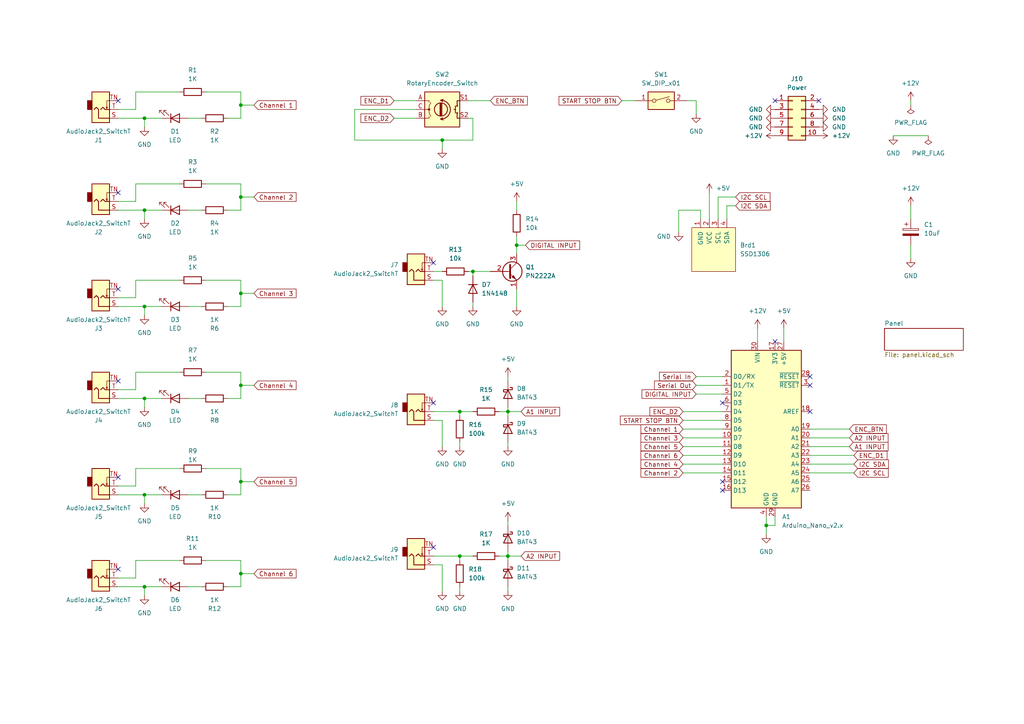
<source format=kicad_sch>
(kicad_sch (version 20211123) (generator eeschema)
  (paper "A4")
  (title_block (title "GToE prototype") (rev "1"))
  (lib_symbols
    (symbol "Connector:AudioJack2_SwitchT"
      (property "Reference" "J" (at 0 8.89 0))
      (property "Value" "AudioJack2_SwitchT" (at 0 6.35 0))
      (symbol "AudioJack2_SwitchT_0_1"
        (rectangle (start -2.54 0) (end -3.81 -2.54) (stroke (width 0.254)) (fill (type outline)))
        (polyline (pts (xy 1.778 -0.254) (xy 2.032 -0.762)))
        (polyline (pts (xy 0 0) (xy 0.635 -0.635) (xy 1.27 0) (xy 2.54 0)) (stroke (width 0.254)))
        (polyline (pts (xy 2.54 -2.54) (xy 1.778 -2.54) (xy 1.778 -0.254) (xy 1.524 -0.762)))
        (polyline (pts (xy 2.54 2.54) (xy -0.635 2.54) (xy -0.635 0) (xy -1.27 -0.635) (xy -1.905 0)) (stroke (width 0.254)))
        (rectangle (start 2.54 3.81) (end -2.54 -5.08) (stroke (width 0.254)) (fill (type background)))
      )
      (symbol "AudioJack2_SwitchT_1_1"
        (pin passive line (at 5.08 2.54 180) (length 2.54) (name "~") (number "S"))
        (pin passive line (at 5.08 0 180) (length 2.54) (name "~") (number "T"))
        (pin passive line (at 5.08 -2.54 180) (length 2.54) (name "~") (number "TN"))
      )
    )
    (symbol "Connector_Generic:Conn_02x05_Odd_Even" (pin_names (offset 1.016) hide)
      (property "Reference" "J" (at 1.27 7.62 0))
      (property "Value" "Conn_02x05_Odd_Even" (at 1.27 -7.62 0))
      (symbol "Conn_02x05_Odd_Even_1_1"
        (rectangle (start -1.27 -4.953) (end 0 -5.207) (stroke (width 0.1524)))
        (rectangle (start -1.27 -2.413) (end 0 -2.667) (stroke (width 0.1524)))
        (rectangle (start -1.27 0.127) (end 0 -0.127) (stroke (width 0.1524)))
        (rectangle (start -1.27 2.667) (end 0 2.413) (stroke (width 0.1524)))
        (rectangle (start -1.27 5.207) (end 0 4.953) (stroke (width 0.1524)))
        (rectangle (start -1.27 6.35) (end 3.81 -6.35) (stroke (width 0.254)) (fill (type background)))
        (rectangle (start 3.81 -4.953) (end 2.54 -5.207) (stroke (width 0.1524)))
        (rectangle (start 3.81 -2.413) (end 2.54 -2.667) (stroke (width 0.1524)))
        (rectangle (start 3.81 0.127) (end 2.54 -0.127) (stroke (width 0.1524)))
        (rectangle (start 3.81 2.667) (end 2.54 2.413) (stroke (width 0.1524)))
        (rectangle (start 3.81 5.207) (end 2.54 4.953) (stroke (width 0.1524)))
        (pin passive line (at -5.08 5.08 0) (length 3.81) (name "Pin_1") (number "1"))
        (pin passive line (at 7.62 -5.08 180) (length 3.81) (name "Pin_10") (number "10"))
        (pin passive line (at 7.62 5.08 180) (length 3.81) (name "Pin_2") (number "2"))
        (pin passive line (at -5.08 2.54 0) (length 3.81) (name "Pin_3") (number "3"))
        (pin passive line (at 7.62 2.54 180) (length 3.81) (name "Pin_4") (number "4"))
        (pin passive line (at -5.08 0 0) (length 3.81) (name "Pin_5") (number "5"))
        (pin passive line (at 7.62 0 180) (length 3.81) (name "Pin_6") (number "6"))
        (pin passive line (at -5.08 -2.54 0) (length 3.81) (name "Pin_7") (number "7"))
        (pin passive line (at 7.62 -2.54 180) (length 3.81) (name "Pin_8") (number "8"))
        (pin passive line (at -5.08 -5.08 0) (length 3.81) (name "Pin_9") (number "9"))
      )
    )
    (symbol "Device:C_Polarized" (pin_numbers hide) (pin_names (offset 0.254))
      (property "Reference" "C" (at 0.635 2.54 0))
      (property "Value" "C_Polarized" (at 0.635 -2.54 0))
      (symbol "C_Polarized_0_1"
        (rectangle (start -2.286 0.508) (end 2.286 1.016))
        (polyline (pts (xy -1.778 2.286) (xy -0.762 2.286)))
        (polyline (pts (xy -1.27 2.794) (xy -1.27 1.778)))
        (rectangle (start 2.286 -0.508) (end -2.286 -1.016) (fill (type outline)))
      )
      (symbol "C_Polarized_1_1"
        (pin passive line (at 0 3.81 270) (length 2.794) (name "~") (number "1"))
        (pin passive line (at 0 -3.81 90) (length 2.794) (name "~") (number "2"))
      )
    )
    (symbol "Device:D" (pin_numbers hide) (pin_names (offset 1.016) hide)
      (property "Reference" "D" (at 0 2.54 0))
      (property "Value" "D" (at 0 -2.54 0))
      (symbol "D_0_1"
        (polyline (pts (xy -1.27 1.27) (xy -1.27 -1.27)) (stroke (width 0.254)))
        (polyline (pts (xy 1.27 0) (xy -1.27 0)))
        (polyline (pts (xy 1.27 1.27) (xy 1.27 -1.27) (xy -1.27 0) (xy 1.27 1.27)) (stroke (width 0.254)))
      )
      (symbol "D_1_1"
        (pin passive line (at -3.81 0 0) (length 2.54) (name "K") (number "1"))
        (pin passive line (at 3.81 0 180) (length 2.54) (name "A") (number "2"))
      )
    )
    (symbol "Device:D_Schottky" (pin_numbers hide) (pin_names (offset 1.016) hide)
      (property "Reference" "D" (at 0 2.54 0))
      (property "Value" "D_Schottky" (at 0 -2.54 0))
      (symbol "D_Schottky_0_1"
        (polyline (pts (xy 1.27 0) (xy -1.27 0)))
        (polyline (pts (xy 1.27 1.27) (xy 1.27 -1.27) (xy -1.27 0) (xy 1.27 1.27)) (stroke (width 0.254)))
        (polyline (pts (xy -1.905 0.635) (xy -1.905 1.27) (xy -1.27 1.27) (xy -1.27 -1.27) (xy -0.635 -1.27) (xy -0.635 -0.635)) (stroke (width 0.254)))
      )
      (symbol "D_Schottky_1_1"
        (pin passive line (at -3.81 0 0) (length 2.54) (name "K") (number "1"))
        (pin passive line (at 3.81 0 180) (length 2.54) (name "A") (number "2"))
      )
    )
    (symbol "Device:LED" (pin_numbers hide) (pin_names (offset 1.016) hide)
      (property "Reference" "D" (at 0 2.54 0))
      (property "Value" "LED" (at 0 -2.54 0))
      (symbol "LED_0_1"
        (polyline (pts (xy -1.27 -1.27) (xy -1.27 1.27)) (stroke (width 0.254)))
        (polyline (pts (xy -1.27 0) (xy 1.27 0)))
        (polyline (pts (xy 1.27 -1.27) (xy 1.27 1.27) (xy -1.27 0) (xy 1.27 -1.27)) (stroke (width 0.254)))
        (polyline (pts (xy -3.048 -0.762) (xy -4.572 -2.286) (xy -3.81 -2.286) (xy -4.572 -2.286) (xy -4.572 -1.524)))
        (polyline (pts (xy -1.778 -0.762) (xy -3.302 -2.286) (xy -2.54 -2.286) (xy -3.302 -2.286) (xy -3.302 -1.524)))
      )
      (symbol "LED_1_1"
        (pin passive line (at -3.81 0 0) (length 2.54) (name "K") (number "1"))
        (pin passive line (at 3.81 0 180) (length 2.54) (name "A") (number "2"))
      )
    )
    (symbol "Device:R" (pin_numbers hide) (pin_names (offset 0))
      (property "Reference" "R" (at 2.032 0 90))
      (property "Value" "R" (at 0 0 90))
      (symbol "R_0_1"
        (rectangle (start -1.016 -2.54) (end 1.016 2.54) (stroke (width 0.254)))
      )
      (symbol "R_1_1"
        (pin passive line (at 0 3.81 270) (length 1.27) (name "~") (number "1"))
        (pin passive line (at 0 -3.81 90) (length 1.27) (name "~") (number "2"))
      )
    )
    (symbol "Device:RotaryEncoder_Switch" (pin_names (offset 0.254) hide)
      (property "Reference" "SW" (at 0 6.604 0))
      (property "Value" "RotaryEncoder_Switch" (at 0 -6.604 0))
      (symbol "RotaryEncoder_Switch_0_1"
        (rectangle (start -5.08 5.08) (end 5.08 -5.08) (stroke (width 0.254)) (fill (type background)))
        (circle (center -3.81 0) (radius 0.254) (fill (type outline)))
        (arc (start -0.381 -2.794) (mid 2.3622 -0.0508) (end -0.381 2.667) (stroke (width 0.254)))
        (circle (center -0.381 0) (radius 1.905) (stroke (width 0.254)))
        (polyline (pts (xy -0.635 -1.778) (xy -0.635 1.778)) (stroke (width 0.254)))
        (polyline (pts (xy -0.381 -1.778) (xy -0.381 1.778)) (stroke (width 0.254)))
        (polyline (pts (xy -0.127 1.778) (xy -0.127 -1.778)) (stroke (width 0.254)))
        (polyline (pts (xy 3.81 0) (xy 3.429 0)) (stroke (width 0.254)))
        (polyline (pts (xy 3.81 1.016) (xy 3.81 -1.016)) (stroke (width 0.254)))
        (polyline (pts (xy -5.08 -2.54) (xy -3.81 -2.54) (xy -3.81 -2.032)))
        (polyline (pts (xy -5.08 2.54) (xy -3.81 2.54) (xy -3.81 2.032)))
        (polyline (pts (xy 0.254 -3.048) (xy -0.508 -2.794) (xy 0.127 -2.413)) (stroke (width 0.254)))
        (polyline (pts (xy 0.254 2.921) (xy -0.508 2.667) (xy 0.127 2.286)) (stroke (width 0.254)))
        (polyline (pts (xy 5.08 -2.54) (xy 4.318 -2.54) (xy 4.318 -1.016)) (stroke (width 0.254)))
        (polyline (pts (xy 5.08 2.54) (xy 4.318 2.54) (xy 4.318 1.016)) (stroke (width 0.254)))
        (polyline (pts (xy -5.08 0) (xy -3.81 0) (xy -3.81 -1.016) (xy -3.302 -2.032)))
        (polyline (pts (xy -4.318 0) (xy -3.81 0) (xy -3.81 1.016) (xy -3.302 2.032)))
        (circle (center 4.318 -1.016) (radius 0.127) (stroke (width 0.254)))
        (circle (center 4.318 1.016) (radius 0.127) (stroke (width 0.254)))
      )
      (symbol "RotaryEncoder_Switch_1_1"
        (pin passive line (at -7.62 2.54 0) (length 2.54) (name "A") (number "A"))
        (pin passive line (at -7.62 -2.54 0) (length 2.54) (name "B") (number "B"))
        (pin passive line (at -7.62 0 0) (length 2.54) (name "C") (number "C"))
        (pin passive line (at 7.62 2.54 180) (length 2.54) (name "S1") (number "S1"))
        (pin passive line (at 7.62 -2.54 180) (length 2.54) (name "S2") (number "S2"))
      )
    )
    (symbol "MCU_Module:Arduino_Nano_v2.x"
      (property "Reference" "A" (at -10.16 23.495 0))
      (property "Value" "Arduino_Nano_v2.x" (at 5.08 -24.13 0))
      (symbol "Arduino_Nano_v2.x_0_1"
        (rectangle (start -10.16 22.86) (end 10.16 -22.86) (stroke (width 0.254)) (fill (type background)))
      )
      (symbol "Arduino_Nano_v2.x_1_1"
        (pin bidirectional line (at -12.7 12.7 0) (length 2.54) (name "D1/TX") (number "1"))
        (pin bidirectional line (at -12.7 -2.54 0) (length 2.54) (name "D7") (number "10"))
        (pin bidirectional line (at -12.7 -5.08 0) (length 2.54) (name "D8") (number "11"))
        (pin bidirectional line (at -12.7 -7.62 0) (length 2.54) (name "D9") (number "12"))
        (pin bidirectional line (at -12.7 -10.16 0) (length 2.54) (name "D10") (number "13"))
        (pin bidirectional line (at -12.7 -12.7 0) (length 2.54) (name "D11") (number "14"))
        (pin bidirectional line (at -12.7 -15.24 0) (length 2.54) (name "D12") (number "15"))
        (pin bidirectional line (at -12.7 -17.78 0) (length 2.54) (name "D13") (number "16"))
        (pin power_out line (at 2.54 25.4 270) (length 2.54) (name "3V3") (number "17"))
        (pin input line (at 12.7 5.08 180) (length 2.54) (name "AREF") (number "18"))
        (pin bidirectional line (at 12.7 0 180) (length 2.54) (name "A0") (number "19"))
        (pin bidirectional line (at -12.7 15.24 0) (length 2.54) (name "D0/RX") (number "2"))
        (pin bidirectional line (at 12.7 -2.54 180) (length 2.54) (name "A1") (number "20"))
        (pin bidirectional line (at 12.7 -5.08 180) (length 2.54) (name "A2") (number "21"))
        (pin bidirectional line (at 12.7 -7.62 180) (length 2.54) (name "A3") (number "22"))
        (pin bidirectional line (at 12.7 -10.16 180) (length 2.54) (name "A4") (number "23"))
        (pin bidirectional line (at 12.7 -12.7 180) (length 2.54) (name "A5") (number "24"))
        (pin bidirectional line (at 12.7 -15.24 180) (length 2.54) (name "A6") (number "25"))
        (pin bidirectional line (at 12.7 -17.78 180) (length 2.54) (name "A7") (number "26"))
        (pin power_out line (at 5.08 25.4 270) (length 2.54) (name "+5V") (number "27"))
        (pin input line (at 12.7 15.24 180) (length 2.54) (name "~{RESET}") (number "28"))
        (pin power_in line (at 2.54 -25.4 90) (length 2.54) (name "GND") (number "29"))
        (pin input line (at 12.7 12.7 180) (length 2.54) (name "~{RESET}") (number "3"))
        (pin power_in line (at -2.54 25.4 270) (length 2.54) (name "VIN") (number "30"))
        (pin power_in line (at 0 -25.4 90) (length 2.54) (name "GND") (number "4"))
        (pin bidirectional line (at -12.7 10.16 0) (length 2.54) (name "D2") (number "5"))
        (pin bidirectional line (at -12.7 7.62 0) (length 2.54) (name "D3") (number "6"))
        (pin bidirectional line (at -12.7 5.08 0) (length 2.54) (name "D4") (number "7"))
        (pin bidirectional line (at -12.7 2.54 0) (length 2.54) (name "D5") (number "8"))
        (pin bidirectional line (at -12.7 0 0) (length 2.54) (name "D6") (number "9"))
      )
    )
    (symbol "SSD1306-128x64_OLED:SSD1306" (pin_names (offset 1.016))
      (property "Reference" "Brd" (at 0 -3.81 0))
      (property "Value" "SSD1306" (at 0 -1.27 0))
      (symbol "SSD1306_0_1"
        (rectangle (start -6.35 6.35) (end 6.35 -6.35) (fill (type background)))
      )
      (symbol "SSD1306_1_1"
        (pin input line (at -3.81 8.89 270) (length 2.54) (name "GND") (number "1"))
        (pin input line (at -1.27 8.89 270) (length 2.54) (name "VCC") (number "2"))
        (pin input line (at 1.27 8.89 270) (length 2.54) (name "SCL") (number "3"))
        (pin input line (at 3.81 8.89 270) (length 2.54) (name "SDA") (number "4"))
      )
    )
    (symbol "Switch:SW_DIP_x01" (pin_names (offset 0) hide)
      (property "Reference" "SW" (at 0 3.81 0))
      (property "Value" "SW_DIP_x01" (at 0 -3.81 0))
      (symbol "SW_DIP_x01_0_0"
        (circle (center -2.032 0) (radius 0.508))
        (polyline (pts (xy -1.524 0.127) (xy 2.3622 1.1684)))
        (circle (center 2.032 0) (radius 0.508))
      )
      (symbol "SW_DIP_x01_0_1"
        (rectangle (start -3.81 2.54) (end 3.81 -2.54) (stroke (width 0.254)) (fill (type background)))
      )
      (symbol "SW_DIP_x01_1_1"
        (pin passive line (at -7.62 0 0) (length 5.08) (name "~") (number "1"))
        (pin passive line (at 7.62 0 180) (length 5.08) (name "~") (number "2"))
      )
    )
    (symbol "Transistor_BJT:PN2222A" (pin_names (offset 0) hide)
      (property "Reference" "Q" (at 5.08 1.905 0))
      (property "Value" "PN2222A" (at 5.08 0 0))
      (symbol "PN2222A_0_1"
        (polyline (pts (xy 0 0) (xy 0.635 0)))
        (polyline (pts (xy 2.54 -2.54) (xy 0.635 -0.635)))
        (polyline (pts (xy 2.54 2.54) (xy 0.635 0.635)))
        (polyline (pts (xy 0.635 1.905) (xy 0.635 -1.905) (xy 0.635 -1.905)) (stroke (width 0.508)))
        (polyline (pts (xy 2.413 -2.413) (xy 1.905 -1.905) (xy 1.905 -1.905)))
        (polyline (pts (xy 1.143 -1.651) (xy 1.651 -1.143) (xy 2.159 -2.159) (xy 1.143 -1.651) (xy 1.143 -1.651)) (fill (type outline)))
        (circle (center 1.27 0) (radius 2.8194) (stroke (width 0.254)))
      )
      (symbol "PN2222A_1_1"
        (pin passive line (at 2.54 -5.08 90) (length 2.54) (name "E") (number "1"))
        (pin input line (at -5.08 0 0) (length 5.08) (name "B") (number "2"))
        (pin passive line (at 2.54 5.08 270) (length 2.54) (name "C") (number "3"))
      )
    )
    (symbol "power:+12V" (power) (pin_names (offset 0))
      (property "Value" "+12V" (at 0 3.556 0))
      (symbol "+12V_0_1"
        (polyline (pts (xy -0.762 1.27) (xy 0 2.54)))
        (polyline (pts (xy 0 0) (xy 0 2.54)))
        (polyline (pts (xy 0 2.54) (xy 0.762 1.27)))
      )
      (symbol "+12V_1_1"
        (pin power_in line (at 0 0 90) (length 0) hide (name "+12V") (number "1"))
      )
    )
    (symbol "power:+5V" (power) (pin_names (offset 0))
      (property "Value" "+5V" (at 0 3.556 0))
      (symbol "+5V_0_1"
        (polyline (pts (xy -0.762 1.27) (xy 0 2.54)))
        (polyline (pts (xy 0 0) (xy 0 2.54)))
        (polyline (pts (xy 0 2.54) (xy 0.762 1.27)))
      )
      (symbol "+5V_1_1"
        (pin power_in line (at 0 0 90) (length 0) hide (name "+5V") (number "1"))
      )
    )
    (symbol "power:GND" (power) (pin_names (offset 0))
      (property "Value" "GND" (at 0 -3.81 0))
      (symbol "GND_0_1"
        (polyline (pts (xy 0 0) (xy 0 -1.27) (xy 1.27 -1.27) (xy 0 -2.54) (xy -1.27 -1.27) (xy 0 -1.27)))
      )
      (symbol "GND_1_1"
        (pin power_in line (at 0 0 270) (length 0) hide (name "GND") (number "1"))
      )
    )
    (symbol "power:PWR_FLAG" (power) (pin_numbers hide) (pin_names (offset 0) hide)
      (property "Value" "PWR_FLAG" (at 0 3.81 0))
      (symbol "PWR_FLAG_0_0"
        (pin power_out line (at 0 0 90) (length 0) (name "pwr") (number "1"))
      )
      (symbol "PWR_FLAG_0_1"
        (polyline (pts (xy 0 0) (xy 0 1.27) (xy -1.016 1.905) (xy 0 2.54) (xy 1.016 1.905) (xy 0 1.27)))
      )
    )
  )
  (junction (at 133.35 119.38))
  (junction (at 149.86 71.12))
  (junction (at 41.91 34.29))
  (junction (at 137.16 78.74))
  (junction (at 41.91 143.51))
  (junction (at 69.85 139.7))
  (junction (at 147.32 119.38))
  (junction (at 133.35 161.29))
  (junction (at 41.91 115.57))
  (junction (at 69.85 85.09))
  (junction (at 41.91 170.18))
  (junction (at 69.85 57.15))
  (junction (at 128.27 40.64))
  (junction (at 69.85 166.37))
  (junction (at 41.91 60.96))
  (junction (at 69.85 111.76))
  (junction (at 222.25 152.4))
  (junction (at 41.91 88.9))
  (junction (at 147.32 161.29))
  (junction (at 69.85 30.48))
  (no_connect (at 34.29 110.49))
  (no_connect (at 125.73 76.2))
  (no_connect (at 234.95 109.22))
  (no_connect (at 209.55 139.7))
  (no_connect (at 34.29 165.1))
  (no_connect (at 237.49 29.21))
  (no_connect (at 234.95 111.76))
  (no_connect (at 209.55 116.84))
  (no_connect (at 234.95 119.38))
  (no_connect (at 125.73 158.75))
  (no_connect (at 34.29 138.43))
  (no_connect (at 34.29 83.82))
  (no_connect (at 209.55 142.24))
  (no_connect (at 34.29 55.88))
  (no_connect (at 224.79 99.06))
  (no_connect (at 34.29 29.21))
  (no_connect (at 125.73 116.84))
  (no_connect (at 224.79 29.21))
  (wire (pts (xy 102.87 40.64) (xy 128.27 40.64)))
  (wire (pts (xy 147.32 119.38) (xy 147.32 120.65)))
  (wire (pts (xy 208.28 57.15) (xy 208.28 63.5)))
  (wire (pts (xy 69.85 166.37) (xy 69.85 170.18)))
  (wire (pts (xy 201.93 111.76) (xy 209.55 111.76)))
  (wire (pts (xy 147.32 119.38) (xy 151.13 119.38)))
  (wire (pts (xy 198.12 121.92) (xy 209.55 121.92)))
  (wire (pts (xy 135.89 78.74) (xy 137.16 78.74)))
  (wire (pts (xy 39.37 58.42) (xy 39.37 53.34)))
  (wire (pts (xy 201.93 109.22) (xy 209.55 109.22)))
  (wire (pts (xy 149.86 71.12) (xy 149.86 73.66)))
  (wire (pts (xy 54.61 143.51) (xy 58.42 143.51)))
  (wire (pts (xy 125.73 78.74) (xy 128.27 78.74)))
  (wire (pts (xy 147.32 161.29) (xy 147.32 162.56)))
  (wire (pts (xy 137.16 34.29) (xy 137.16 40.64)))
  (wire (pts (xy 137.16 40.64) (xy 128.27 40.64)))
  (wire (pts (xy 39.37 26.67) (xy 52.07 26.67)))
  (wire (pts (xy 34.29 34.29) (xy 41.91 34.29)))
  (wire (pts (xy 222.25 152.4) (xy 224.79 152.4)))
  (wire (pts (xy 41.91 34.29) (xy 46.99 34.29)))
  (wire (pts (xy 149.86 83.82) (xy 149.86 88.9)))
  (wire (pts (xy 34.29 88.9) (xy 41.91 88.9)))
  (wire (pts (xy 137.16 161.29) (xy 133.35 161.29)))
  (wire (pts (xy 135.89 29.21) (xy 142.24 29.21)))
  (wire (pts (xy 39.37 140.97) (xy 39.37 135.89)))
  (wire (pts (xy 203.2 60.96) (xy 203.2 63.5)))
  (wire (pts (xy 39.37 167.64) (xy 39.37 162.56)))
  (wire (pts (xy 213.36 57.15) (xy 208.28 57.15)))
  (wire (pts (xy 54.61 115.57) (xy 58.42 115.57)))
  (wire (pts (xy 39.37 162.56) (xy 52.07 162.56)))
  (wire (pts (xy 114.3 29.21) (xy 120.65 29.21)))
  (wire (pts (xy 133.35 119.38) (xy 133.35 120.65)))
  (wire (pts (xy 41.91 60.96) (xy 41.91 63.5)))
  (wire (pts (xy 39.37 31.75) (xy 39.37 26.67)))
  (wire (pts (xy 149.86 58.42) (xy 149.86 60.96)))
  (wire (pts (xy 227.33 95.25) (xy 227.33 99.06)))
  (wire (pts (xy 34.29 140.97) (xy 39.37 140.97)))
  (wire (pts (xy 34.29 170.18) (xy 41.91 170.18)))
  (wire (pts (xy 59.69 26.67) (xy 69.85 26.67)))
  (wire (pts (xy 133.35 161.29) (xy 133.35 162.56)))
  (wire (pts (xy 184.15 29.21) (xy 180.34 29.21)))
  (wire (pts (xy 69.85 53.34) (xy 69.85 57.15)))
  (wire (pts (xy 198.12 129.54) (xy 209.55 129.54)))
  (wire (pts (xy 54.61 34.29) (xy 58.42 34.29)))
  (wire (pts (xy 198.12 124.46) (xy 209.55 124.46)))
  (wire (pts (xy 125.73 121.92) (xy 128.27 121.92)))
  (wire (pts (xy 264.16 59.69) (xy 264.16 63.5)))
  (wire (pts (xy 135.89 34.29) (xy 137.16 34.29)))
  (wire (pts (xy 147.32 160.02) (xy 147.32 161.29)))
  (wire (pts (xy 147.32 109.22) (xy 147.32 110.49)))
  (wire (pts (xy 41.91 60.96) (xy 46.99 60.96)))
  (wire (pts (xy 39.37 81.28) (xy 52.07 81.28)))
  (wire (pts (xy 224.79 149.86) (xy 224.79 152.4)))
  (wire (pts (xy 147.32 128.27) (xy 147.32 129.54)))
  (wire (pts (xy 69.85 81.28) (xy 69.85 85.09)))
  (wire (pts (xy 54.61 60.96) (xy 58.42 60.96)))
  (wire (pts (xy 198.12 134.62) (xy 209.55 134.62)))
  (wire (pts (xy 34.29 58.42) (xy 39.37 58.42)))
  (wire (pts (xy 34.29 86.36) (xy 39.37 86.36)))
  (wire (pts (xy 147.32 151.13) (xy 147.32 152.4)))
  (wire (pts (xy 69.85 57.15) (xy 69.85 60.96)))
  (wire (pts (xy 205.74 55.88) (xy 205.74 63.5)))
  (wire (pts (xy 39.37 107.95) (xy 52.07 107.95)))
  (wire (pts (xy 69.85 107.95) (xy 69.85 111.76)))
  (wire (pts (xy 41.91 34.29) (xy 41.91 36.83)))
  (wire (pts (xy 147.32 170.18) (xy 147.32 171.45)))
  (wire (pts (xy 137.16 87.63) (xy 137.16 88.9)))
  (wire (pts (xy 34.29 143.51) (xy 41.91 143.51)))
  (wire (pts (xy 41.91 115.57) (xy 41.91 118.11)))
  (wire (pts (xy 69.85 26.67) (xy 69.85 30.48)))
  (wire (pts (xy 41.91 170.18) (xy 46.99 170.18)))
  (wire (pts (xy 210.82 59.69) (xy 210.82 63.5)))
  (wire (pts (xy 69.85 111.76) (xy 69.85 115.57)))
  (wire (pts (xy 198.12 132.08) (xy 209.55 132.08)))
  (wire (pts (xy 34.29 113.03) (xy 39.37 113.03)))
  (wire (pts (xy 144.78 161.29) (xy 147.32 161.29)))
  (wire (pts (xy 198.12 119.38) (xy 209.55 119.38)))
  (wire (pts (xy 69.85 30.48) (xy 73.66 30.48)))
  (wire (pts (xy 264.16 30.48) (xy 264.16 29.21)))
  (wire (pts (xy 128.27 81.28) (xy 128.27 88.9)))
  (wire (pts (xy 69.85 166.37) (xy 73.66 166.37)))
  (wire (pts (xy 234.95 132.08) (xy 247.65 132.08)))
  (wire (pts (xy 34.29 31.75) (xy 39.37 31.75)))
  (wire (pts (xy 120.65 31.75) (xy 102.87 31.75)))
  (wire (pts (xy 198.12 137.16) (xy 209.55 137.16)))
  (wire (pts (xy 196.85 67.31) (xy 196.85 60.96)))
  (wire (pts (xy 69.85 115.57) (xy 66.04 115.57)))
  (wire (pts (xy 264.16 71.12) (xy 264.16 74.93)))
  (wire (pts (xy 149.86 71.12) (xy 152.4 71.12)))
  (wire (pts (xy 41.91 143.51) (xy 41.91 146.05)))
  (wire (pts (xy 234.95 129.54) (xy 246.38 129.54)))
  (wire (pts (xy 137.16 78.74) (xy 137.16 80.01)))
  (wire (pts (xy 201.93 29.21) (xy 199.39 29.21)))
  (wire (pts (xy 234.95 137.16) (xy 247.65 137.16)))
  (wire (pts (xy 41.91 143.51) (xy 46.99 143.51)))
  (wire (pts (xy 234.95 127) (xy 246.38 127)))
  (wire (pts (xy 125.73 81.28) (xy 128.27 81.28)))
  (wire (pts (xy 201.93 114.3) (xy 209.55 114.3)))
  (wire (pts (xy 114.3 34.29) (xy 120.65 34.29)))
  (wire (pts (xy 201.93 29.21) (xy 201.93 33.02)))
  (wire (pts (xy 39.37 113.03) (xy 39.37 107.95)))
  (wire (pts (xy 34.29 60.96) (xy 41.91 60.96)))
  (wire (pts (xy 69.85 143.51) (xy 66.04 143.51)))
  (wire (pts (xy 69.85 85.09) (xy 69.85 88.9)))
  (wire (pts (xy 137.16 119.38) (xy 133.35 119.38)))
  (wire (pts (xy 54.61 88.9) (xy 58.42 88.9)))
  (wire (pts (xy 102.87 31.75) (xy 102.87 40.64)))
  (wire (pts (xy 41.91 88.9) (xy 46.99 88.9)))
  (wire (pts (xy 137.16 78.74) (xy 142.24 78.74)))
  (wire (pts (xy 69.85 34.29) (xy 66.04 34.29)))
  (wire (pts (xy 41.91 115.57) (xy 46.99 115.57)))
  (wire (pts (xy 149.86 68.58) (xy 149.86 71.12)))
  (wire (pts (xy 69.85 139.7) (xy 73.66 139.7)))
  (wire (pts (xy 234.95 134.62) (xy 247.65 134.62)))
  (wire (pts (xy 128.27 40.64) (xy 128.27 43.18)))
  (wire (pts (xy 69.85 30.48) (xy 69.85 34.29)))
  (wire (pts (xy 59.69 53.34) (xy 69.85 53.34)))
  (wire (pts (xy 59.69 135.89) (xy 69.85 135.89)))
  (wire (pts (xy 198.12 127) (xy 209.55 127)))
  (wire (pts (xy 259.08 39.37) (xy 269.24 39.37)))
  (wire (pts (xy 41.91 170.18) (xy 41.91 172.72)))
  (wire (pts (xy 133.35 119.38) (xy 125.73 119.38)))
  (wire (pts (xy 147.32 118.11) (xy 147.32 119.38)))
  (wire (pts (xy 222.25 149.86) (xy 222.25 152.4)))
  (wire (pts (xy 69.85 111.76) (xy 73.66 111.76)))
  (wire (pts (xy 69.85 88.9) (xy 66.04 88.9)))
  (wire (pts (xy 133.35 128.27) (xy 133.35 129.54)))
  (wire (pts (xy 69.85 60.96) (xy 66.04 60.96)))
  (wire (pts (xy 41.91 88.9) (xy 41.91 91.44)))
  (wire (pts (xy 54.61 170.18) (xy 58.42 170.18)))
  (wire (pts (xy 147.32 161.29) (xy 151.13 161.29)))
  (wire (pts (xy 39.37 53.34) (xy 52.07 53.34)))
  (wire (pts (xy 196.85 60.96) (xy 203.2 60.96)))
  (wire (pts (xy 219.71 95.25) (xy 219.71 99.06)))
  (wire (pts (xy 128.27 121.92) (xy 128.27 129.54)))
  (wire (pts (xy 69.85 57.15) (xy 73.66 57.15)))
  (wire (pts (xy 34.29 115.57) (xy 41.91 115.57)))
  (wire (pts (xy 133.35 170.18) (xy 133.35 171.45)))
  (wire (pts (xy 59.69 107.95) (xy 69.85 107.95)))
  (wire (pts (xy 234.95 124.46) (xy 246.38 124.46)))
  (wire (pts (xy 69.85 135.89) (xy 69.85 139.7)))
  (wire (pts (xy 34.29 167.64) (xy 39.37 167.64)))
  (wire (pts (xy 69.85 139.7) (xy 69.85 143.51)))
  (wire (pts (xy 59.69 162.56) (xy 69.85 162.56)))
  (wire (pts (xy 133.35 161.29) (xy 125.73 161.29)))
  (wire (pts (xy 144.78 119.38) (xy 147.32 119.38)))
  (wire (pts (xy 213.36 59.69) (xy 210.82 59.69)))
  (wire (pts (xy 222.25 152.4) (xy 222.25 154.94)))
  (wire (pts (xy 69.85 162.56) (xy 69.85 166.37)))
  (wire (pts (xy 39.37 135.89) (xy 52.07 135.89)))
  (wire (pts (xy 128.27 163.83) (xy 128.27 171.45)))
  (wire (pts (xy 59.69 81.28) (xy 69.85 81.28)))
  (wire (pts (xy 39.37 86.36) (xy 39.37 81.28)))
  (wire (pts (xy 125.73 163.83) (xy 128.27 163.83)))
  (wire (pts (xy 69.85 85.09) (xy 73.66 85.09)))
  (wire (pts (xy 69.85 170.18) (xy 66.04 170.18)))
  (global_label "START STOP BTN" (shape input) (at 180.34 29.21 180) (property "Intersheet References" "${INTERSHEET_REFS}" (effects hide)))
  (global_label "A2 INPUT" (shape input) (at 246.38 127 0) (property "Intersheet References" "${INTERSHEET_REFS}" (effects hide)))
  (global_label "Channel 5" (shape input) (at 198.12 129.54 180) (property "Intersheet References" "${INTERSHEET_REFS}" (effects hide)))
  (global_label "Channel 1" (shape input) (at 198.12 124.46 180) (property "Intersheet References" "${INTERSHEET_REFS}" (effects hide)))
  (global_label "Channel 4" (shape input) (at 198.12 134.62 180) (property "Intersheet References" "${INTERSHEET_REFS}" (effects hide)))
  (global_label "ENC_BTN" (shape input) (at 246.38 124.46 0) (property "Intersheet References" "${INTERSHEET_REFS}" (effects hide)))
  (global_label "START STOP BTN" (shape input) (at 198.12 121.92 180) (property "Intersheet References" "${INTERSHEET_REFS}" (effects hide)))
  (global_label "Channel 5" (shape input) (at 73.66 139.7 0) (property "Intersheet References" "${INTERSHEET_REFS}" (effects hide)))
  (global_label "ENC_D2" (shape input) (at 114.3 34.29 180) (property "Intersheet References" "${INTERSHEET_REFS}" (effects hide)))
  (global_label "Channel 3" (shape input) (at 198.12 127 180) (property "Intersheet References" "${INTERSHEET_REFS}" (effects hide)))
  (global_label "A1 INPUT" (shape input) (at 151.13 119.38 0) (property "Intersheet References" "${INTERSHEET_REFS}" (effects hide)))
  (global_label "Channel 3" (shape input) (at 73.66 85.09 0) (property "Intersheet References" "${INTERSHEET_REFS}" (effects hide)))
  (global_label "ENC_BTN" (shape input) (at 142.24 29.21 0) (property "Intersheet References" "${INTERSHEET_REFS}" (effects hide)))
  (global_label "DIGITAL INPUT" (shape input) (at 201.93 114.3 180) (property "Intersheet References" "${INTERSHEET_REFS}" (effects hide)))
  (global_label "I2C SDA" (shape input) (at 247.65 134.62 0) (property "Intersheet References" "${INTERSHEET_REFS}" (effects hide)))
  (global_label "Serial Out" (shape input) (at 201.93 111.76 180) (property "Intersheet References" "${INTERSHEET_REFS}" (effects hide)))
  (global_label "Channel 6" (shape input) (at 73.66 166.37 0) (property "Intersheet References" "${INTERSHEET_REFS}" (effects hide)))
  (global_label "Channel 1" (shape input) (at 73.66 30.48 0) (property "Intersheet References" "${INTERSHEET_REFS}" (effects hide)))
  (global_label "DIGITAL INPUT" (shape input) (at 152.4 71.12 0) (property "Intersheet References" "${INTERSHEET_REFS}" (effects hide)))
  (global_label "ENC_D2" (shape input) (at 198.12 119.38 180) (property "Intersheet References" "${INTERSHEET_REFS}" (effects hide)))
  (global_label "Serial In" (shape input) (at 201.93 109.22 180) (property "Intersheet References" "${INTERSHEET_REFS}" (effects hide)))
  (global_label "ENC_D1" (shape input) (at 114.3 29.21 180) (property "Intersheet References" "${INTERSHEET_REFS}" (effects hide)))
  (global_label "Channel 2" (shape input) (at 73.66 57.15 0) (property "Intersheet References" "${INTERSHEET_REFS}" (effects hide)))
  (global_label "Channel 4" (shape input) (at 73.66 111.76 0) (property "Intersheet References" "${INTERSHEET_REFS}" (effects hide)))
  (global_label "ENC_D1" (shape input) (at 247.65 132.08 0) (property "Intersheet References" "${INTERSHEET_REFS}" (effects hide)))
  (global_label "Channel 2" (shape input) (at 198.12 137.16 180) (property "Intersheet References" "${INTERSHEET_REFS}" (effects hide)))
  (global_label "I2C SCL" (shape input) (at 213.36 57.15 0) (property "Intersheet References" "${INTERSHEET_REFS}" (effects hide)))
  (global_label "I2C SDA" (shape input) (at 213.36 59.69 0) (property "Intersheet References" "${INTERSHEET_REFS}" (effects hide)))
  (global_label "A2 INPUT" (shape input) (at 151.13 161.29 0) (property "Intersheet References" "${INTERSHEET_REFS}" (effects hide)))
  (global_label "I2C SCL" (shape input) (at 247.65 137.16 0) (property "Intersheet References" "${INTERSHEET_REFS}" (effects hide)))
  (global_label "Channel 6" (shape input) (at 198.12 132.08 180) (property "Intersheet References" "${INTERSHEET_REFS}" (effects hide)))
  (global_label "A1 INPUT" (shape input) (at 246.38 129.54 0) (property "Intersheet References" "${INTERSHEET_REFS}" (effects hide)))
  (symbol (lib_id "power:GND") (at 149.86 88.9 0) (unit 1)
    (property "Reference" "#PWR0133" (effects hide))
    (property "Value" "GND" (at 149.86 93.98 0))
  )
  (symbol (lib_id "power:GND") (at 222.25 154.94 0) (unit 1)
    (property "Reference" "#PWR0115" (effects hide))
    (property "Value" "GND" (at 222.25 160.02 0))
  )
  (symbol (lib_id "Connector:AudioJack2_SwitchT") (at 120.65 119.38 0) (mirror x) (unit 1)
    (property "Reference" "J8" (at 115.57 117.4749 0) (effects (justify right)))
    (property "Value" "AudioJack2_SwitchT" (at 115.57 120.0149 0) (effects (justify right)))
    (property "Footprint" "Connector_Audio:Jack_3.5mm_QingPu_WQP-PJ398SM_Vertical_CircularHoles" (effects hide))
  )
  (symbol (lib_id "Connector:AudioJack2_SwitchT") (at 29.21 31.75 0) (mirror x) (unit 1)
    (property "Reference" "J1" (at 28.575 40.64 0))
    (property "Value" "AudioJack2_SwitchT" (at 28.575 38.1 0))
    (property "Footprint" "Connector_Audio:Jack_3.5mm_QingPu_WQP-PJ398SM_Vertical_CircularHoles" (effects hide))
  )
  (symbol (lib_id "Device:LED") (at 50.8 88.9 0) (mirror x) (unit 1)
    (property "Reference" "D3" (at 50.8 92.71 0))
    (property "Value" "LED" (at 50.8 95.25 0))
    (property "Footprint" "LED_THT:LED_D3.0mm_Clear" (effects hide))
  )
  (symbol (lib_id "power:GND") (at 133.35 171.45 0) (mirror y) (unit 1)
    (property "Reference" "#PWR0109" (effects hide))
    (property "Value" "GND" (at 133.35 176.53 0))
  )
  (symbol (lib_id "power:+5V") (at 149.86 58.42 0) (unit 1)
    (property "Reference" "#PWR0134" (effects hide))
    (property "Value" "+5V" (at 149.86 53.34 0))
  )
  (symbol (lib_id "Device:R") (at 133.35 124.46 0) (mirror y) (unit 1)
    (property "Reference" "R16" (at 135.89 123.1899 0) (effects (justify right)))
    (property "Value" "100k" (at 135.89 125.7299 0) (effects (justify right)))
    (property "Footprint" "Resistor_THT:R_Axial_DIN0207_L6.3mm_D2.5mm_P10.16mm_Horizontal" (effects hide))
  )
  (symbol (lib_id "power:GND") (at 41.91 118.11 0) (mirror y) (unit 1)
    (property "Reference" "#PWR0104" (effects hide))
    (property "Value" "GND" (at 41.91 123.19 0))
  )
  (symbol (lib_id "power:+12V") (at 264.16 29.21 0) (unit 1)
    (property "Reference" "#PWR0136" (effects hide))
    (property "Value" "+12V" (at 266.7 24.13 0) (effects (justify right)))
  )
  (symbol (lib_id "power:GND") (at 147.32 171.45 0) (mirror y) (unit 1)
    (property "Reference" "#PWR0108" (effects hide))
    (property "Value" "GND" (at 147.32 176.53 0))
  )
  (symbol (lib_id "Connector:AudioJack2_SwitchT") (at 29.21 167.64 0) (mirror x) (unit 1)
    (property "Reference" "J6" (at 28.575 176.53 0))
    (property "Value" "AudioJack2_SwitchT" (at 28.575 173.99 0))
    (property "Footprint" "Connector_Audio:Jack_3.5mm_QingPu_WQP-PJ398SM_Vertical_CircularHoles" (effects hide))
  )
  (symbol (lib_id "power:+12V") (at 219.71 95.25 0) (unit 1)
    (property "Reference" "#PWR0116" (effects hide))
    (property "Value" "+12V" (at 219.71 90.17 0))
  )
  (symbol (lib_id "power:GND") (at 224.79 31.75 270) (unit 1)
    (property "Reference" "#PWR0130" (effects hide))
    (property "Value" "GND" (at 217.17 31.75 90) (effects (justify left)))
  )
  (symbol (lib_id "power:GND") (at 133.35 129.54 0) (mirror y) (unit 1)
    (property "Reference" "#PWR0114" (effects hide))
    (property "Value" "GND" (at 133.35 134.62 0))
  )
  (symbol (lib_id "Device:LED") (at 50.8 115.57 0) (mirror x) (unit 1)
    (property "Reference" "D4" (at 50.8 119.38 0))
    (property "Value" "LED" (at 50.8 121.92 0))
    (property "Footprint" "LED_THT:LED_D3.0mm_Clear" (effects hide))
  )
  (symbol (lib_id "power:GND") (at 237.49 31.75 90) (unit 1)
    (property "Reference" "#PWR0119" (effects hide))
    (property "Value" "GND" (at 241.3 31.7499 90) (effects (justify right)))
  )
  (symbol (lib_id "Device:R") (at 133.35 166.37 0) (mirror y) (unit 1)
    (property "Reference" "R18" (at 135.89 165.0999 0) (effects (justify right)))
    (property "Value" "100k" (at 135.89 167.6399 0) (effects (justify right)))
    (property "Footprint" "Resistor_THT:R_Axial_DIN0207_L6.3mm_D2.5mm_P10.16mm_Horizontal" (effects hide))
  )
  (symbol (lib_id "power:GND") (at 264.16 74.93 0) (unit 1)
    (property "Reference" "#PWR0125" (effects hide))
    (property "Value" "GND" (at 264.16 80.01 0))
  )
  (symbol (lib_id "power:GND") (at 237.49 36.83 90) (unit 1)
    (property "Reference" "#PWR0120" (effects hide))
    (property "Value" "GND" (at 241.3 36.8299 90) (effects (justify right)))
  )
  (symbol (lib_id "Device:D_Schottky") (at 147.32 114.3 270) (unit 1)
    (property "Reference" "D8" (at 149.86 112.7124 90) (effects (justify left)))
    (property "Value" "BAT43" (at 149.86 115.2524 90) (effects (justify left)))
    (property "Footprint" "Diode_THT:D_T-1_P10.16mm_Horizontal" (effects hide))
  )
  (symbol (lib_id "MCU_Module:Arduino_Nano_v2.x") (at 222.25 124.46 0) (unit 1)
    (property "Reference" "A1" (at 226.8094 149.86 0) (effects (justify left)))
    (property "Value" "Arduino_Nano_v2.x" (at 226.8094 152.4 0) (effects (justify left)))
    (property "Footprint" "Module:Arduino_Nano" (effects hide))
    (property "Datasheet" "https://www.arduino.cc/en/uploads/Main/ArduinoNanoManual23.pdf" (effects hide))
  )
  (symbol (lib_id "Device:D_Schottky") (at 147.32 124.46 270) (unit 1)
    (property "Reference" "D9" (at 149.86 122.8724 90) (effects (justify left)))
    (property "Value" "BAT43" (at 149.86 125.4124 90) (effects (justify left)))
    (property "Footprint" "Diode_THT:D_T-1_P10.16mm_Horizontal" (effects hide))
  )
  (symbol (lib_id "Device:R") (at 62.23 88.9 90) (mirror x) (unit 1)
    (property "Reference" "R6" (at 62.23 95.25 90))
    (property "Value" "1K" (at 62.23 92.71 90))
    (property "Footprint" "Resistor_THT:R_Axial_DIN0207_L6.3mm_D2.5mm_P10.16mm_Horizontal" (effects hide))
  )
  (symbol (lib_id "power:GND") (at 128.27 129.54 0) (mirror y) (unit 1)
    (property "Reference" "#PWR0113" (effects hide))
    (property "Value" "GND" (at 128.27 134.62 0))
  )
  (symbol (lib_id "power:GND") (at 137.16 88.9 0) (unit 1)
    (property "Reference" "#PWR0132" (effects hide))
    (property "Value" "GND" (at 137.16 93.98 0))
  )
  (symbol (lib_id "power:GND") (at 224.79 36.83 270) (unit 1)
    (property "Reference" "#PWR0129" (effects hide))
    (property "Value" "GND" (at 217.17 36.83 90) (effects (justify left)))
  )
  (symbol (lib_id "Device:R") (at 62.23 143.51 90) (mirror x) (unit 1)
    (property "Reference" "R10" (at 62.23 149.86 90))
    (property "Value" "1K" (at 62.23 147.32 90))
    (property "Footprint" "Resistor_THT:R_Axial_DIN0207_L6.3mm_D2.5mm_P10.16mm_Horizontal" (effects hide))
  )
  (symbol (lib_id "Device:LED") (at 50.8 34.29 0) (mirror x) (unit 1)
    (property "Reference" "D1" (at 50.8 38.1 0))
    (property "Value" "LED" (at 50.8 40.64 0))
    (property "Footprint" "LED_THT:LED_D3.0mm_Clear" (effects hide))
  )
  (symbol (lib_id "Device:R") (at 132.08 78.74 90) (unit 1)
    (property "Reference" "R13" (at 132.08 72.39 90))
    (property "Value" "10k" (at 132.08 74.93 90))
    (property "Footprint" "Resistor_THT:R_Axial_DIN0207_L6.3mm_D2.5mm_P10.16mm_Horizontal" (effects hide))
  )
  (symbol (lib_id "power:PWR_FLAG") (at 264.16 30.48 180) (unit 1)
    (property "Reference" "#FLG0101" (effects hide))
    (property "Value" "PWR_FLAG" (at 264.16 35.56 0))
  )
  (symbol (lib_id "Device:R") (at 55.88 81.28 270) (mirror x) (unit 1)
    (property "Reference" "R5" (at 55.88 74.93 90))
    (property "Value" "1K" (at 55.88 77.47 90))
    (property "Footprint" "Resistor_THT:R_Axial_DIN0207_L6.3mm_D2.5mm_P10.16mm_Horizontal" (effects hide))
  )
  (symbol (lib_id "Device:R") (at 62.23 60.96 90) (mirror x) (unit 1)
    (property "Reference" "R4" (at 62.23 64.77 90))
    (property "Value" "1K" (at 62.23 67.31 90))
    (property "Footprint" "Resistor_THT:R_Axial_DIN0207_L6.3mm_D2.5mm_P10.16mm_Horizontal" (effects hide))
  )
  (symbol (lib_id "Connector:AudioJack2_SwitchT") (at 120.65 161.29 0) (mirror x) (unit 1)
    (property "Reference" "J9" (at 115.57 159.3849 0) (effects (justify right)))
    (property "Value" "AudioJack2_SwitchT" (at 115.57 161.9249 0) (effects (justify right)))
    (property "Footprint" "Connector_Audio:Jack_3.5mm_QingPu_WQP-PJ398SM_Vertical_CircularHoles" (effects hide))
  )
  (symbol (lib_id "Device:R") (at 55.88 107.95 270) (mirror x) (unit 1)
    (property "Reference" "R7" (at 55.88 101.6 90))
    (property "Value" "1K" (at 55.88 104.14 90))
    (property "Footprint" "Resistor_THT:R_Axial_DIN0207_L6.3mm_D2.5mm_P10.16mm_Horizontal" (effects hide))
  )
  (symbol (lib_id "Device:R") (at 140.97 161.29 270) (mirror x) (unit 1)
    (property "Reference" "R17" (at 140.97 154.94 90))
    (property "Value" "1K" (at 140.97 157.48 90))
    (property "Footprint" "Resistor_THT:R_Axial_DIN0207_L6.3mm_D2.5mm_P10.16mm_Horizontal" (effects hide))
  )
  (symbol (lib_id "power:GND") (at 128.27 171.45 0) (mirror y) (unit 1)
    (property "Reference" "#PWR0107" (effects hide))
    (property "Value" "GND" (at 128.27 176.53 0))
  )
  (symbol (lib_id "power:+12V") (at 224.79 39.37 90) (unit 1)
    (property "Reference" "#PWR0128" (effects hide))
    (property "Value" "+12V" (at 215.9 39.37 90) (effects (justify right)))
  )
  (symbol (lib_id "power:GND") (at 196.85 67.31 0) (unit 1)
    (property "Reference" "#PWR0126" (effects hide))
    (property "Value" "GND" (at 190.5 68.58 0) (effects (justify left)))
  )
  (symbol (lib_id "SSD1306-128x64_OLED:SSD1306") (at 207.01 72.39 0) (unit 1)
    (property "Reference" "Brd1" (at 214.63 71.1199 0) (effects (justify left)))
    (property "Value" "SSD1306" (at 214.63 73.6599 0) (effects (justify left)))
    (property "Footprint" "SDD1360 I2C:128x64OLED" (effects hide))
  )
  (symbol (lib_id "power:GND") (at 41.91 63.5 0) (mirror y) (unit 1)
    (property "Reference" "#PWR0103" (effects hide))
    (property "Value" "GND" (at 41.91 68.58 0))
  )
  (symbol (lib_id "power:GND") (at 201.93 33.02 0) (unit 1)
    (property "Reference" "#PWR0123" (effects hide))
    (property "Value" "GND" (at 201.93 38.1 0))
  )
  (symbol (lib_id "Device:RotaryEncoder_Switch") (at 128.27 31.75 0) (unit 1)
    (property "Reference" "SW2" (at 128.27 21.59 0))
    (property "Value" "RotaryEncoder_Switch" (at 128.27 24.13 0))
    (property "Footprint" "Rotary_Encoder:RotaryEncoder_Alps_EC12E-Switch_Vertical_H20mm" (effects hide))
  )
  (symbol (lib_id "Device:D_Schottky") (at 147.32 156.21 270) (unit 1)
    (property "Reference" "D10" (at 149.86 154.6224 90) (effects (justify left)))
    (property "Value" "BAT43" (at 149.86 157.1624 90) (effects (justify left)))
    (property "Footprint" "Diode_THT:D_T-1_P10.16mm_Horizontal" (effects hide))
  )
  (symbol (lib_id "Device:LED") (at 50.8 170.18 0) (mirror x) (unit 1)
    (property "Reference" "D6" (at 50.8 173.99 0))
    (property "Value" "LED" (at 50.8 176.53 0))
    (property "Footprint" "LED_THT:LED_D3.0mm_Clear" (effects hide))
  )
  (symbol (lib_id "Device:R") (at 62.23 34.29 90) (mirror x) (unit 1)
    (property "Reference" "R2" (at 62.23 38.1 90))
    (property "Value" "1K" (at 62.23 40.64 90))
    (property "Footprint" "Resistor_THT:R_Axial_DIN0207_L6.3mm_D2.5mm_P10.16mm_Horizontal" (effects hide))
  )
  (symbol (lib_id "power:PWR_FLAG") (at 269.24 39.37 180) (unit 1)
    (property "Reference" "#FLG0102" (effects hide))
    (property "Value" "PWR_FLAG" (at 269.24 44.45 0))
  )
  (symbol (lib_id "power:+12V") (at 237.49 39.37 270) (unit 1)
    (property "Reference" "#PWR0118" (effects hide))
    (property "Value" "+12V" (at 241.3 39.3699 90) (effects (justify left)))
  )
  (symbol (lib_id "Connector:AudioJack2_SwitchT") (at 29.21 58.42 0) (mirror x) (unit 1)
    (property "Reference" "J2" (at 28.575 67.31 0))
    (property "Value" "AudioJack2_SwitchT" (at 28.575 64.77 0))
    (property "Footprint" "Connector_Audio:Jack_3.5mm_QingPu_WQP-PJ398SM_Vertical_CircularHoles" (effects hide))
  )
  (symbol (lib_id "Device:R") (at 55.88 26.67 270) (mirror x) (unit 1)
    (property "Reference" "R1" (at 55.88 20.32 90))
    (property "Value" "1K" (at 55.88 22.86 90))
    (property "Footprint" "Resistor_THT:R_Axial_DIN0207_L6.3mm_D2.5mm_P10.16mm_Horizontal" (effects hide))
  )
  (symbol (lib_id "power:GND") (at 41.91 36.83 0) (mirror y) (unit 1)
    (property "Reference" "#PWR0102" (effects hide))
    (property "Value" "GND" (at 41.91 41.91 0))
  )
  (symbol (lib_id "power:+5V") (at 147.32 151.13 0) (mirror y) (unit 1)
    (property "Reference" "#PWR0112" (effects hide))
    (property "Value" "+5V" (at 147.32 146.05 0))
  )
  (symbol (lib_id "power:+12V") (at 264.16 59.69 0) (unit 1)
    (property "Reference" "#PWR0124" (effects hide))
    (property "Value" "+12V" (at 264.16 54.61 0))
  )
  (symbol (lib_id "Device:R") (at 62.23 170.18 90) (mirror x) (unit 1)
    (property "Reference" "R12" (at 62.23 176.53 90))
    (property "Value" "1K" (at 62.23 173.99 90))
    (property "Footprint" "Resistor_THT:R_Axial_DIN0207_L6.3mm_D2.5mm_P10.16mm_Horizontal" (effects hide))
  )
  (symbol (lib_id "power:GND") (at 128.27 43.18 0) (unit 1)
    (property "Reference" "#PWR0135" (effects hide))
    (property "Value" "GND" (at 128.27 48.26 0))
  )
  (symbol (lib_id "power:GND") (at 224.79 34.29 270) (unit 1)
    (property "Reference" "#PWR0127" (effects hide))
    (property "Value" "GND" (at 217.17 34.29 90) (effects (justify left)))
  )
  (symbol (lib_id "power:GND") (at 41.91 146.05 0) (mirror y) (unit 1)
    (property "Reference" "#PWR0105" (effects hide))
    (property "Value" "GND" (at 41.91 151.13 0))
  )
  (symbol (lib_id "Device:D_Schottky") (at 147.32 166.37 270) (unit 1)
    (property "Reference" "D11" (at 149.86 164.7824 90) (effects (justify left)))
    (property "Value" "BAT43" (at 149.86 167.3224 90) (effects (justify left)))
    (property "Footprint" "Diode_THT:D_T-1_P10.16mm_Horizontal" (effects hide))
  )
  (symbol (lib_id "Connector:AudioJack2_SwitchT") (at 29.21 140.97 0) (mirror x) (unit 1)
    (property "Reference" "J5" (at 28.575 149.86 0))
    (property "Value" "AudioJack2_SwitchT" (at 28.575 147.32 0))
    (property "Footprint" "Connector_Audio:Jack_3.5mm_QingPu_WQP-PJ398SM_Vertical_CircularHoles" (effects hide))
  )
  (symbol (lib_id "Connector:AudioJack2_SwitchT") (at 29.21 86.36 0) (mirror x) (unit 1)
    (property "Reference" "J3" (at 28.575 95.25 0))
    (property "Value" "AudioJack2_SwitchT" (at 28.575 92.71 0))
    (property "Footprint" "Connector_Audio:Jack_3.5mm_QingPu_WQP-PJ398SM_Vertical_CircularHoles" (effects hide))
  )
  (symbol (lib_id "Connector:AudioJack2_SwitchT") (at 29.21 113.03 0) (mirror x) (unit 1)
    (property "Reference" "J4" (at 28.575 121.92 0))
    (property "Value" "AudioJack2_SwitchT" (at 28.575 119.38 0))
    (property "Footprint" "Connector_Audio:Jack_3.5mm_QingPu_WQP-PJ398SM_Vertical_CircularHoles" (effects hide))
  )
  (symbol (lib_id "power:GND") (at 147.32 129.54 0) (mirror y) (unit 1)
    (property "Reference" "#PWR0111" (effects hide))
    (property "Value" "GND" (at 147.32 134.62 0))
  )
  (symbol (lib_id "power:+5V") (at 205.74 55.88 0) (unit 1)
    (property "Reference" "#PWR0122" (effects hide))
    (property "Value" "+5V" (at 207.645 54.6099 0) (effects (justify left)))
  )
  (symbol (lib_id "Connector:AudioJack2_SwitchT") (at 120.65 78.74 0) (mirror x) (unit 1)
    (property "Reference" "J7" (at 115.57 76.8349 0) (effects (justify right)))
    (property "Value" "AudioJack2_SwitchT" (at 115.57 79.3749 0) (effects (justify right)))
    (property "Footprint" "Connector_Audio:Jack_3.5mm_QingPu_WQP-PJ398SM_Vertical_CircularHoles" (effects hide))
  )
  (symbol (lib_id "Device:C_Polarized") (at 264.16 67.31 0) (unit 1)
    (property "Reference" "C1" (at 267.97 65.1509 0) (effects (justify left)))
    (property "Value" "10uF" (at 267.97 67.6909 0) (effects (justify left)))
    (property "Footprint" "Capacitor_THT:CP_Radial_D4.0mm_P2.00mm" (effects hide))
  )
  (symbol (lib_id "power:+5V") (at 147.32 109.22 0) (mirror y) (unit 1)
    (property "Reference" "#PWR0110" (effects hide))
    (property "Value" "+5V" (at 147.32 104.14 0))
  )
  (symbol (lib_id "Device:LED") (at 50.8 60.96 0) (mirror x) (unit 1)
    (property "Reference" "D2" (at 50.8 64.77 0))
    (property "Value" "LED" (at 50.8 67.31 0))
    (property "Footprint" "LED_THT:LED_D3.0mm_Clear" (effects hide))
  )
  (symbol (lib_id "Device:R") (at 140.97 119.38 270) (mirror x) (unit 1)
    (property "Reference" "R15" (at 140.97 113.03 90))
    (property "Value" "1K" (at 140.97 115.57 90))
    (property "Footprint" "Resistor_THT:R_Axial_DIN0207_L6.3mm_D2.5mm_P10.16mm_Horizontal" (effects hide))
  )
  (symbol (lib_id "Connector_Generic:Conn_02x05_Odd_Even") (at 229.87 34.29 0) (unit 1)
    (property "Reference" "J10" (at 231.14 22.86 0))
    (property "Value" "Power" (at 231.14 25.4 0))
    (property "Footprint" "Connector_IDC:IDC-Header_2x05_P2.54mm_Vertical" (effects hide))
  )
  (symbol (lib_id "Switch:SW_DIP_x01") (at 191.77 29.21 0) (unit 1)
    (property "Reference" "SW1" (at 191.77 21.59 0))
    (property "Value" "SW_DIP_x01" (at 191.77 24.13 0))
    (property "Footprint" "Button_Switch_THT:SW_PUSH-12mm" (effects hide))
  )
  (symbol (lib_id "power:+5V") (at 227.33 95.25 0) (unit 1)
    (property "Reference" "#PWR0117" (effects hide))
    (property "Value" "+5V" (at 227.33 90.17 0))
  )
  (symbol (lib_id "power:GND") (at 41.91 172.72 0) (mirror y) (unit 1)
    (property "Reference" "#PWR0106" (effects hide))
    (property "Value" "GND" (at 41.91 177.8 0))
  )
  (symbol (lib_id "Device:D") (at 137.16 83.82 270) (unit 1)
    (property "Reference" "D7" (at 139.7 82.5499 90) (effects (justify left)))
    (property "Value" "1N4148" (at 139.7 85.0899 90) (effects (justify left)))
    (property "Footprint" "Diode_THT:D_T-1_P10.16mm_Horizontal" (effects hide))
  )
  (symbol (lib_id "power:GND") (at 128.27 88.9 0) (unit 1)
    (property "Reference" "#PWR0131" (effects hide))
    (property "Value" "GND" (at 128.27 93.98 0))
  )
  (symbol (lib_id "Device:R") (at 149.86 64.77 180) (unit 1)
    (property "Reference" "R14" (at 152.4 63.4999 0) (effects (justify right)))
    (property "Value" "10k" (at 152.4 66.0399 0) (effects (justify right)))
    (property "Footprint" "Resistor_THT:R_Axial_DIN0207_L6.3mm_D2.5mm_P10.16mm_Horizontal" (effects hide))
  )
  (symbol (lib_id "Device:LED") (at 50.8 143.51 0) (mirror x) (unit 1)
    (property "Reference" "D5" (at 50.8 147.32 0))
    (property "Value" "LED" (at 50.8 149.86 0))
    (property "Footprint" "LED_THT:LED_D3.0mm_Clear" (effects hide))
  )
  (symbol (lib_id "power:GND") (at 237.49 34.29 90) (unit 1)
    (property "Reference" "#PWR0121" (effects hide))
    (property "Value" "GND" (at 241.3 34.2899 90) (effects (justify right)))
  )
  (symbol (lib_id "Device:R") (at 62.23 115.57 90) (mirror x) (unit 1)
    (property "Reference" "R8" (at 62.23 121.92 90))
    (property "Value" "1K" (at 62.23 119.38 90))
    (property "Footprint" "Resistor_THT:R_Axial_DIN0207_L6.3mm_D2.5mm_P10.16mm_Horizontal" (effects hide))
  )
  (symbol (lib_id "Transistor_BJT:PN2222A") (at 147.32 78.74 0) (unit 1)
    (property "Reference" "Q1" (at 152.4 77.4699 0) (effects (justify left)))
    (property "Value" "PN2222A" (at 152.4 80.0099 0) (effects (justify left)))
    (property "Footprint" "Package_TO_SOT_THT:TO-92_Inline" (effects hide))
    (property "Datasheet" "https://www.onsemi.com/pub/Collateral/PN2222-D.PDF" (effects hide))
  )
  (symbol (lib_id "Device:R") (at 55.88 162.56 270) (mirror x) (unit 1)
    (property "Reference" "R11" (at 55.88 156.21 90))
    (property "Value" "1K" (at 55.88 158.75 90))
    (property "Footprint" "Resistor_THT:R_Axial_DIN0207_L6.3mm_D2.5mm_P10.16mm_Horizontal" (effects hide))
  )
  (symbol (lib_id "Device:R") (at 55.88 53.34 270) (mirror x) (unit 1)
    (property "Reference" "R3" (at 55.88 46.99 90))
    (property "Value" "1K" (at 55.88 49.53 90))
    (property "Footprint" "Resistor_THT:R_Axial_DIN0207_L6.3mm_D2.5mm_P10.16mm_Horizontal" (effects hide))
  )
  (symbol (lib_id "Device:R") (at 55.88 135.89 270) (mirror x) (unit 1)
    (property "Reference" "R9" (at 55.88 130.81 90))
    (property "Value" "1K" (at 55.88 133.35 90))
    (property "Footprint" "Resistor_THT:R_Axial_DIN0207_L6.3mm_D2.5mm_P10.16mm_Horizontal" (effects hide))
  )
  (symbol (lib_id "power:GND") (at 41.91 91.44 0) (mirror y) (unit 1)
    (property "Reference" "#PWR0101" (effects hide))
    (property "Value" "GND" (at 41.91 96.52 0))
  )
  (symbol (lib_id "power:GND") (at 259.08 39.37 0) (unit 1)
    (property "Reference" "#PWR0138" (effects hide))
    (property "Value" "GND" (at 259.08 44.45 0))
  )
  (sheet (at 256.54 95.25) (size 22.86 6.35) (stroke (width 0.1524))
    (property "Sheet name" "Panel" (at 256.54 94.5384 0) (effects (justify left bottom)))
    (property "Sheet file" "panel.kicad_sch" (at 256.54 102.1846 0) (effects (justify left top)))
  )
)
</source>
